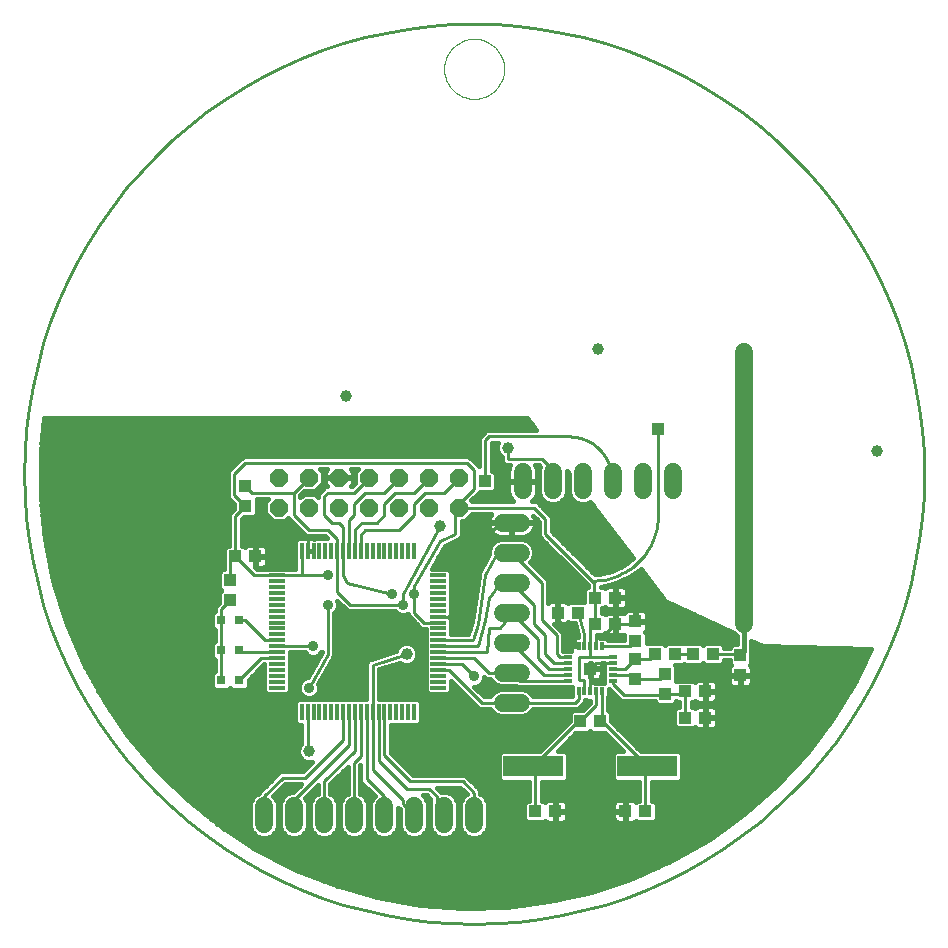
<source format=gtl>
G75*
G70*
%OFA0B0*%
%FSLAX24Y24*%
%IPPOS*%
%LPD*%
%AMOC8*
5,1,8,0,0,1.08239X$1,22.5*
%
%ADD10C,0.0100*%
%ADD11C,0.0000*%
%ADD12R,0.0433X0.0394*%
%ADD13R,0.0394X0.0433*%
%ADD14R,0.2000X0.0700*%
%ADD15R,0.0394X0.0394*%
%ADD16R,0.0118X0.0256*%
%ADD17R,0.0256X0.0118*%
%ADD18C,0.0600*%
%ADD19R,0.0118X0.0531*%
%ADD20R,0.0531X0.0118*%
%ADD21R,0.0315X0.0315*%
%ADD22OC8,0.0600*%
%ADD23R,0.0250X0.0500*%
%ADD24C,0.0591*%
%ADD25C,0.0160*%
%ADD26C,0.0357*%
%ADD27R,0.0396X0.0396*%
%ADD28C,0.0396*%
D10*
X008556Y004090D02*
X008556Y004715D01*
X009181Y005340D01*
X009931Y005340D01*
X011189Y006598D01*
X011189Y007528D01*
X011386Y007528D02*
X011386Y006420D01*
X009556Y004590D01*
X009556Y004090D01*
X010556Y004090D02*
X010556Y005215D01*
X011582Y006242D01*
X011582Y007528D01*
X011779Y007528D02*
X011779Y006064D01*
X011556Y005840D01*
X011556Y004090D01*
X012556Y004090D02*
X012556Y004715D01*
X011976Y005295D01*
X011976Y007528D01*
X012173Y007528D02*
X012173Y009098D01*
X013306Y009465D01*
X014368Y009526D02*
X015992Y009526D01*
X016056Y010340D01*
X016431Y010340D01*
X016806Y010840D01*
X017681Y009965D01*
X017681Y009340D01*
X018056Y008965D01*
X018683Y008965D01*
X018683Y008769D02*
X017878Y008769D01*
X016806Y009840D01*
X017556Y010465D02*
X017556Y011090D01*
X016806Y011840D01*
X016431Y011840D01*
X016056Y011340D01*
X015931Y010590D01*
X015689Y009723D01*
X014368Y009723D01*
X014368Y009920D02*
X015511Y009920D01*
X015681Y010465D01*
X015931Y012090D01*
X016306Y012840D01*
X016806Y012840D01*
X017806Y011840D01*
X017806Y010590D01*
X018306Y010090D01*
X018306Y009465D01*
X018412Y009359D01*
X018683Y009359D01*
X018683Y009162D02*
X018234Y009162D01*
X017931Y009465D01*
X017931Y010090D01*
X017556Y010465D01*
X018346Y010840D02*
X018431Y010506D01*
X018431Y010340D01*
X018681Y010090D01*
X019037Y009734D01*
X019037Y009713D01*
X019234Y009713D02*
X019234Y010122D01*
X019015Y010840D01*
X019431Y010300D02*
X019596Y010465D01*
X019596Y011340D01*
X019556Y011381D01*
X019556Y011840D01*
X019493Y011903D01*
X017931Y013465D01*
X017931Y013965D01*
X017556Y014340D01*
X015056Y014340D01*
X015056Y014465D01*
X015556Y014965D01*
X015556Y015590D01*
X015306Y015840D01*
X007931Y015840D01*
X007556Y015465D01*
X007556Y014756D01*
X007931Y014381D01*
X007596Y014046D01*
X007596Y012715D01*
X008226Y012085D01*
X008994Y012085D01*
X009811Y012085D01*
X009811Y012902D01*
X010008Y012902D02*
X010008Y013340D01*
X010056Y013340D01*
X010056Y013590D02*
X009556Y014090D01*
X009556Y014840D01*
X008140Y014840D01*
X007931Y015050D01*
X008306Y013465D02*
X008306Y012756D01*
X008265Y012715D01*
X009431Y012715D01*
X009431Y012340D01*
X009811Y012085D02*
X010681Y012085D01*
X011181Y012090D02*
X011306Y011840D01*
X012806Y011465D01*
X013181Y011465D02*
X013181Y011090D01*
X011431Y011090D01*
X010992Y011529D01*
X010992Y012902D01*
X010992Y013279D01*
X010681Y013590D01*
X010056Y013590D01*
X010008Y012902D02*
X010204Y012902D01*
X011189Y012902D02*
X011189Y012348D01*
X011181Y012090D01*
X011189Y012902D02*
X011189Y013708D01*
X011056Y013840D01*
X010806Y013840D01*
X010556Y014090D01*
X010556Y014715D01*
X010681Y014840D01*
X011556Y014840D01*
X012056Y015340D01*
X011931Y014840D02*
X012556Y014840D01*
X013056Y015340D01*
X012931Y014840D02*
X013556Y014840D01*
X014056Y015340D01*
X013931Y014840D02*
X014556Y014840D01*
X015056Y015340D01*
X000556Y015465D02*
X000574Y016201D01*
X000628Y016935D01*
X000718Y017666D01*
X000844Y018391D01*
X001006Y019110D01*
X001202Y019819D01*
X001433Y020518D01*
X001698Y021205D01*
X001996Y021878D01*
X002327Y022536D01*
X002690Y023177D01*
X003084Y023799D01*
X003508Y024400D01*
X003961Y024981D01*
X004442Y025538D01*
X004949Y026072D01*
X005483Y026579D01*
X006040Y027060D01*
X006621Y027513D01*
X007222Y027937D01*
X007844Y028331D01*
X008485Y028694D01*
X009143Y029025D01*
X009816Y029323D01*
X010503Y029588D01*
X011202Y029819D01*
X011911Y030015D01*
X012630Y030177D01*
X013355Y030303D01*
X014086Y030393D01*
X014820Y030447D01*
X015556Y030465D01*
X016292Y030447D01*
X017026Y030393D01*
X017757Y030303D01*
X018482Y030177D01*
X019201Y030015D01*
X019910Y029819D01*
X020609Y029588D01*
X021296Y029323D01*
X021969Y029025D01*
X022627Y028694D01*
X023268Y028331D01*
X023890Y027937D01*
X024491Y027513D01*
X025072Y027060D01*
X025629Y026579D01*
X026163Y026072D01*
X026670Y025538D01*
X027151Y024981D01*
X027604Y024400D01*
X028028Y023799D01*
X028422Y023177D01*
X028785Y022536D01*
X029116Y021878D01*
X029414Y021205D01*
X029679Y020518D01*
X029910Y019819D01*
X030106Y019110D01*
X030268Y018391D01*
X030394Y017666D01*
X030484Y016935D01*
X030538Y016201D01*
X030556Y015465D01*
X030538Y014729D01*
X030484Y013995D01*
X030394Y013264D01*
X030268Y012539D01*
X030106Y011820D01*
X029910Y011111D01*
X029679Y010412D01*
X029414Y009725D01*
X029116Y009052D01*
X028785Y008394D01*
X028422Y007753D01*
X028028Y007131D01*
X027604Y006530D01*
X027151Y005949D01*
X026670Y005392D01*
X026163Y004858D01*
X025629Y004351D01*
X025072Y003870D01*
X024491Y003417D01*
X023890Y002993D01*
X023268Y002599D01*
X022627Y002236D01*
X021969Y001905D01*
X021296Y001607D01*
X020609Y001342D01*
X019910Y001111D01*
X019201Y000915D01*
X018482Y000753D01*
X017757Y000627D01*
X017026Y000537D01*
X016292Y000483D01*
X015556Y000465D01*
X014820Y000483D01*
X014086Y000537D01*
X013355Y000627D01*
X012630Y000753D01*
X011911Y000915D01*
X011202Y001111D01*
X010503Y001342D01*
X009816Y001607D01*
X009143Y001905D01*
X008485Y002236D01*
X007844Y002599D01*
X007222Y002993D01*
X006621Y003417D01*
X006040Y003870D01*
X005483Y004351D01*
X004949Y004858D01*
X004442Y005392D01*
X003961Y005949D01*
X003508Y006530D01*
X003084Y007131D01*
X002690Y007753D01*
X002327Y008394D01*
X001996Y009052D01*
X001698Y009725D01*
X001433Y010412D01*
X001202Y011111D01*
X001006Y011820D01*
X000844Y012539D01*
X000718Y013264D01*
X000628Y013995D01*
X000574Y014729D01*
X000556Y015465D01*
X007136Y010960D02*
X007136Y010590D01*
X007136Y009590D01*
X007136Y008590D01*
X007726Y008590D02*
X008465Y009330D01*
X008994Y009330D01*
X008994Y009526D02*
X007790Y009526D01*
X007726Y009590D01*
X008601Y009920D02*
X007931Y010590D01*
X007726Y010590D01*
X007136Y010960D02*
X007431Y011256D01*
X007431Y011925D02*
X007431Y012550D01*
X007596Y012715D01*
X009556Y014840D02*
X010056Y015340D01*
X011556Y014465D02*
X011556Y014090D01*
X011386Y013920D01*
X011386Y012902D01*
X011582Y012902D02*
X011582Y013617D01*
X011806Y013840D01*
X012306Y013840D01*
X012556Y014090D01*
X012556Y014465D01*
X012931Y014840D01*
X013556Y014465D02*
X013931Y014840D01*
X013556Y014465D02*
X013556Y014090D01*
X013056Y013590D01*
X011931Y013590D01*
X011779Y013439D01*
X011779Y012902D01*
X011556Y014465D02*
X011931Y014840D01*
X014431Y013715D02*
X013181Y011465D01*
X013556Y011465D02*
X013556Y010840D01*
X013886Y010511D01*
X014368Y010511D01*
X014368Y010708D02*
X014923Y010708D01*
X014931Y010715D01*
X014931Y012340D01*
X016431Y013840D01*
X016806Y013840D01*
X015931Y015215D02*
X015931Y016590D01*
X016056Y016715D01*
X018681Y016715D01*
X017806Y015965D02*
X016681Y015965D01*
X016681Y016340D01*
X017806Y015965D02*
X018181Y015590D01*
X018181Y015215D01*
X018681Y016715D02*
X018757Y016713D01*
X018833Y016707D01*
X018908Y016698D01*
X018983Y016684D01*
X019057Y016667D01*
X019130Y016646D01*
X019202Y016622D01*
X019273Y016593D01*
X019342Y016562D01*
X019409Y016527D01*
X019474Y016488D01*
X019538Y016446D01*
X019599Y016401D01*
X019658Y016353D01*
X019714Y016302D01*
X019768Y016248D01*
X019819Y016192D01*
X019867Y016133D01*
X019912Y016072D01*
X019954Y016008D01*
X019993Y015943D01*
X020028Y015876D01*
X020059Y015807D01*
X020088Y015736D01*
X020112Y015664D01*
X020133Y015591D01*
X020150Y015517D01*
X020164Y015442D01*
X020173Y015367D01*
X020179Y015291D01*
X020181Y015215D01*
X021680Y014090D02*
X021678Y013986D01*
X021670Y013882D01*
X021658Y013779D01*
X021640Y013676D01*
X021618Y013574D01*
X021591Y013474D01*
X021560Y013375D01*
X021523Y013277D01*
X021482Y013181D01*
X021437Y013088D01*
X021387Y012997D01*
X021333Y012908D01*
X021274Y012821D01*
X021212Y012738D01*
X021146Y012658D01*
X021076Y012581D01*
X021002Y012507D01*
X020925Y012437D01*
X020845Y012371D01*
X020762Y012309D01*
X020675Y012250D01*
X020587Y012196D01*
X020495Y012146D01*
X020402Y012101D01*
X020306Y012060D01*
X020208Y012023D01*
X020109Y011992D01*
X020009Y011965D01*
X019907Y011943D01*
X019804Y011925D01*
X019701Y011913D01*
X019597Y011905D01*
X019493Y011903D01*
X020265Y011340D02*
X020265Y010465D01*
X020846Y010465D01*
X020931Y010550D01*
X020931Y009881D02*
X020763Y009713D01*
X019824Y009713D01*
X019628Y009713D02*
X019628Y010037D01*
X019681Y010090D01*
X019890Y010090D01*
X020265Y010465D01*
X019431Y010300D02*
X019431Y009713D01*
X019431Y009359D01*
X020179Y009359D01*
X020179Y009162D02*
X019628Y009162D01*
X019431Y008965D01*
X019431Y008217D01*
X019628Y008217D02*
X019628Y007747D01*
X019096Y007215D01*
X019031Y007215D01*
X017531Y005715D01*
X017596Y005650D01*
X017596Y004215D01*
X015556Y004090D02*
X015556Y004840D01*
X015181Y005215D01*
X013431Y005215D01*
X012567Y006080D01*
X012567Y007528D01*
X012370Y007528D02*
X012370Y005901D01*
X013306Y004965D01*
X014056Y004965D01*
X014306Y004715D01*
X014306Y004340D01*
X014556Y004090D01*
X013556Y004090D02*
X013181Y004465D01*
X013181Y004590D01*
X012173Y005598D01*
X012173Y007528D01*
X010056Y008340D02*
X010681Y009465D01*
X010681Y011090D01*
X010173Y009723D02*
X008994Y009723D01*
X008994Y009920D02*
X008601Y009920D01*
X010173Y009723D02*
X010181Y009715D01*
X010008Y007528D02*
X010008Y006215D01*
X010056Y006215D01*
X014368Y008936D02*
X014710Y008936D01*
X015806Y007840D01*
X016806Y007840D01*
X018931Y007840D01*
X019037Y007947D01*
X019037Y008217D01*
X019234Y008217D02*
X019234Y008590D01*
X019056Y008590D01*
X019056Y009359D01*
X019431Y009359D01*
X020179Y008965D02*
X020596Y008965D01*
X020931Y009300D01*
X021431Y009300D01*
X021596Y009465D01*
X022265Y009465D02*
X022846Y009465D01*
X023515Y009465D02*
X024015Y009465D01*
X024431Y009425D01*
X023265Y008215D02*
X023265Y007340D01*
X022596Y007340D02*
X022596Y008215D01*
X022511Y008131D01*
X021931Y008131D01*
X021890Y008090D01*
X020556Y008090D01*
X020179Y008467D01*
X020179Y008572D01*
X020179Y008769D02*
X020793Y008769D01*
X020931Y008631D01*
X021761Y008631D01*
X021931Y008800D01*
X019824Y008217D02*
X019824Y007274D01*
X019824Y007222D01*
X021331Y005715D01*
X021265Y005650D01*
X021265Y004215D01*
X019765Y007215D02*
X019824Y007274D01*
X018683Y008572D02*
X017074Y008572D01*
X016806Y008840D01*
X016056Y008840D01*
X015567Y009330D01*
X014368Y009330D01*
X014368Y009133D02*
X015138Y009133D01*
X015556Y008715D01*
X013556Y011465D02*
X013556Y011715D01*
X014431Y013215D01*
X014931Y013465D01*
X014931Y014215D01*
X015056Y014340D01*
X021681Y014090D02*
X021681Y016965D01*
D11*
X014556Y028965D02*
X014558Y029028D01*
X014564Y029090D01*
X014574Y029152D01*
X014587Y029214D01*
X014605Y029274D01*
X014626Y029333D01*
X014651Y029391D01*
X014680Y029447D01*
X014712Y029501D01*
X014747Y029553D01*
X014785Y029602D01*
X014827Y029650D01*
X014871Y029694D01*
X014919Y029736D01*
X014968Y029774D01*
X015020Y029809D01*
X015074Y029841D01*
X015130Y029870D01*
X015188Y029895D01*
X015247Y029916D01*
X015307Y029934D01*
X015369Y029947D01*
X015431Y029957D01*
X015493Y029963D01*
X015556Y029965D01*
X015619Y029963D01*
X015681Y029957D01*
X015743Y029947D01*
X015805Y029934D01*
X015865Y029916D01*
X015924Y029895D01*
X015982Y029870D01*
X016038Y029841D01*
X016092Y029809D01*
X016144Y029774D01*
X016193Y029736D01*
X016241Y029694D01*
X016285Y029650D01*
X016327Y029602D01*
X016365Y029553D01*
X016400Y029501D01*
X016432Y029447D01*
X016461Y029391D01*
X016486Y029333D01*
X016507Y029274D01*
X016525Y029214D01*
X016538Y029152D01*
X016548Y029090D01*
X016554Y029028D01*
X016556Y028965D01*
X016554Y028902D01*
X016548Y028840D01*
X016538Y028778D01*
X016525Y028716D01*
X016507Y028656D01*
X016486Y028597D01*
X016461Y028539D01*
X016432Y028483D01*
X016400Y028429D01*
X016365Y028377D01*
X016327Y028328D01*
X016285Y028280D01*
X016241Y028236D01*
X016193Y028194D01*
X016144Y028156D01*
X016092Y028121D01*
X016038Y028089D01*
X015982Y028060D01*
X015924Y028035D01*
X015865Y028014D01*
X015805Y027996D01*
X015743Y027983D01*
X015681Y027973D01*
X015619Y027967D01*
X015556Y027965D01*
X015493Y027967D01*
X015431Y027973D01*
X015369Y027983D01*
X015307Y027996D01*
X015247Y028014D01*
X015188Y028035D01*
X015130Y028060D01*
X015074Y028089D01*
X015020Y028121D01*
X014968Y028156D01*
X014919Y028194D01*
X014871Y028236D01*
X014827Y028280D01*
X014785Y028328D01*
X014747Y028377D01*
X014712Y028429D01*
X014680Y028483D01*
X014651Y028539D01*
X014626Y028597D01*
X014605Y028656D01*
X014587Y028716D01*
X014574Y028778D01*
X014564Y028840D01*
X014558Y028902D01*
X014556Y028965D01*
D12*
X007931Y015050D03*
X007931Y014381D03*
X008265Y012715D03*
X007596Y012715D03*
X007431Y011925D03*
X007431Y011256D03*
X017596Y004215D03*
X018265Y004215D03*
X020596Y004215D03*
X021265Y004215D03*
X022596Y007340D03*
X023265Y007340D03*
X023265Y008215D03*
X022596Y008215D03*
X022846Y009465D03*
X022265Y009465D03*
X021596Y009465D03*
X020931Y009881D03*
X020931Y010550D03*
X020265Y010465D03*
X019596Y010465D03*
X019015Y010840D03*
X018346Y010840D03*
X019596Y011340D03*
X020265Y011340D03*
X023515Y009465D03*
D13*
X024431Y009425D03*
X024431Y008756D03*
X021931Y008800D03*
X021931Y008131D03*
X020931Y008631D03*
X020931Y009300D03*
X019765Y007215D03*
X019096Y007215D03*
D14*
X017531Y005715D03*
X021331Y005715D03*
D15*
X019431Y008965D03*
D16*
X019431Y009713D03*
X019628Y009713D03*
X019824Y009713D03*
X019234Y009713D03*
X019037Y009713D03*
X019037Y008217D03*
X019234Y008217D03*
X019431Y008217D03*
X019628Y008217D03*
X019824Y008217D03*
D17*
X020179Y008572D03*
X020179Y008769D03*
X020179Y008965D03*
X020179Y009162D03*
X020179Y009359D03*
X018683Y009359D03*
X018683Y009162D03*
X018683Y008965D03*
X018683Y008769D03*
X018683Y008572D03*
D18*
X017106Y008840D02*
X016506Y008840D01*
X016506Y007840D02*
X017106Y007840D01*
X017106Y009840D02*
X016506Y009840D01*
X016506Y010840D02*
X017106Y010840D01*
X017106Y011840D02*
X016506Y011840D01*
X016506Y012840D02*
X017106Y012840D01*
X017106Y013840D02*
X016506Y013840D01*
X017181Y014915D02*
X017181Y015515D01*
X018181Y015515D02*
X018181Y014915D01*
X019181Y014915D02*
X019181Y015515D01*
X020181Y015515D02*
X020181Y014915D01*
X021181Y014915D02*
X021181Y015515D01*
X022181Y015515D02*
X022181Y014915D01*
X015556Y004390D02*
X015556Y003790D01*
X014556Y003790D02*
X014556Y004390D01*
X013556Y004390D02*
X013556Y003790D01*
X012556Y003790D02*
X012556Y004390D01*
X011556Y004390D02*
X011556Y003790D01*
X010556Y003790D02*
X010556Y004390D01*
X009556Y004390D02*
X009556Y003790D01*
X008556Y003790D02*
X008556Y004390D01*
D19*
X009811Y007528D03*
X010008Y007528D03*
X010204Y007528D03*
X010401Y007528D03*
X010598Y007528D03*
X010795Y007528D03*
X010992Y007528D03*
X011189Y007528D03*
X011386Y007528D03*
X011582Y007528D03*
X011779Y007528D03*
X011976Y007528D03*
X012173Y007528D03*
X012370Y007528D03*
X012567Y007528D03*
X012763Y007528D03*
X012960Y007528D03*
X013157Y007528D03*
X013354Y007528D03*
X013551Y007528D03*
X013551Y012902D03*
X013354Y012902D03*
X013157Y012902D03*
X012960Y012902D03*
X012763Y012902D03*
X012567Y012902D03*
X012370Y012902D03*
X012173Y012902D03*
X011976Y012902D03*
X011779Y012902D03*
X011582Y012902D03*
X011386Y012902D03*
X011189Y012902D03*
X010992Y012902D03*
X010795Y012902D03*
X010598Y012902D03*
X010401Y012902D03*
X010204Y012902D03*
X010008Y012902D03*
X009811Y012902D03*
D20*
X008994Y012085D03*
X008994Y011889D03*
X008994Y011692D03*
X008994Y011495D03*
X008994Y011298D03*
X008994Y011101D03*
X008994Y010904D03*
X008994Y010708D03*
X008994Y010511D03*
X008994Y010314D03*
X008994Y010117D03*
X008994Y009920D03*
X008994Y009723D03*
X008994Y009526D03*
X008994Y009330D03*
X008994Y009133D03*
X008994Y008936D03*
X008994Y008739D03*
X008994Y008542D03*
X008994Y008345D03*
X014368Y008345D03*
X014368Y008542D03*
X014368Y008739D03*
X014368Y008936D03*
X014368Y009133D03*
X014368Y009330D03*
X014368Y009526D03*
X014368Y009723D03*
X014368Y009920D03*
X014368Y010117D03*
X014368Y010314D03*
X014368Y010511D03*
X014368Y010708D03*
X014368Y010904D03*
X014368Y011101D03*
X014368Y011298D03*
X014368Y011495D03*
X014368Y011692D03*
X014368Y011889D03*
X014368Y012085D03*
D21*
X007726Y010590D03*
X007136Y010590D03*
X007136Y009590D03*
X007726Y009590D03*
X007726Y008590D03*
X007136Y008590D03*
D22*
X009056Y014340D03*
X010056Y014340D03*
X011056Y014340D03*
X012056Y014340D03*
X013056Y014340D03*
X014056Y014340D03*
X015056Y014340D03*
X015056Y015340D03*
X014056Y015340D03*
X013056Y015340D03*
X012056Y015340D03*
X011056Y015340D03*
X010056Y015340D03*
X009056Y015340D03*
D23*
X024556Y010465D03*
D24*
X024556Y019521D01*
D25*
X008932Y005389D02*
X005189Y005389D01*
X005027Y005547D02*
X009091Y005547D01*
X009094Y005550D02*
X008469Y004925D01*
X008346Y004802D01*
X008346Y004801D01*
X008295Y004780D01*
X008166Y004651D01*
X008096Y004482D01*
X008096Y003699D01*
X008166Y003530D01*
X008295Y003400D01*
X008464Y003330D01*
X008647Y003330D01*
X008816Y003400D01*
X008946Y003530D01*
X009016Y003699D01*
X009016Y004482D01*
X008946Y004651D01*
X008867Y004730D01*
X009268Y005130D01*
X009799Y005130D01*
X009519Y004850D01*
X009464Y004850D01*
X009295Y004780D01*
X009166Y004651D01*
X009096Y004482D01*
X009096Y003699D01*
X009166Y003530D01*
X009295Y003400D01*
X009464Y003330D01*
X009647Y003330D01*
X009816Y003400D01*
X009946Y003530D01*
X010016Y003699D01*
X010016Y004482D01*
X009946Y004651D01*
X009929Y004667D01*
X010346Y005083D01*
X010346Y004801D01*
X010295Y004780D01*
X010166Y004651D01*
X010096Y004482D01*
X010096Y003699D01*
X010166Y003530D01*
X010295Y003400D01*
X010464Y003330D01*
X010647Y003330D01*
X010816Y003400D01*
X010946Y003530D01*
X011016Y003699D01*
X011016Y004482D01*
X010946Y004651D01*
X010816Y004780D01*
X010766Y004801D01*
X010766Y005128D01*
X011346Y005708D01*
X011346Y004801D01*
X011295Y004780D01*
X011166Y004651D01*
X011096Y004482D01*
X011096Y003699D01*
X011166Y003530D01*
X011295Y003400D01*
X011464Y003330D01*
X011647Y003330D01*
X011816Y003400D01*
X011946Y003530D01*
X012016Y003699D01*
X012016Y004482D01*
X011946Y004651D01*
X011816Y004780D01*
X011766Y004801D01*
X011766Y005753D01*
X011766Y005754D01*
X011766Y005382D01*
X011766Y005208D01*
X012245Y004730D01*
X012166Y004651D01*
X012096Y004482D01*
X012096Y003699D01*
X012166Y003530D01*
X012295Y003400D01*
X012464Y003330D01*
X012647Y003330D01*
X012816Y003400D01*
X012946Y003530D01*
X013016Y003699D01*
X013016Y004333D01*
X013096Y004253D01*
X013096Y003699D01*
X013166Y003530D01*
X013295Y003400D01*
X013464Y003330D01*
X013647Y003330D01*
X013816Y003400D01*
X013946Y003530D01*
X014016Y003699D01*
X014016Y004482D01*
X013946Y004651D01*
X013841Y004755D01*
X013969Y004755D01*
X014096Y004628D01*
X014096Y004482D01*
X014096Y003699D01*
X014166Y003530D01*
X014295Y003400D01*
X014464Y003330D01*
X014647Y003330D01*
X014816Y003400D01*
X014946Y003530D01*
X015016Y003699D01*
X015016Y004482D01*
X014946Y004651D01*
X014816Y004780D01*
X014647Y004850D01*
X014468Y004850D01*
X014393Y004925D01*
X014313Y005005D01*
X015094Y005005D01*
X015312Y004787D01*
X015295Y004780D01*
X015166Y004651D01*
X015096Y004482D01*
X015096Y003699D01*
X015166Y003530D01*
X015295Y003400D01*
X015464Y003330D01*
X015647Y003330D01*
X015816Y003400D01*
X015946Y003530D01*
X016016Y003699D01*
X016016Y004482D01*
X015946Y004651D01*
X015816Y004780D01*
X015766Y004801D01*
X015766Y004927D01*
X015643Y005050D01*
X015268Y005425D01*
X015094Y005425D01*
X013518Y005425D01*
X012777Y006167D01*
X012777Y007103D01*
X012835Y007103D01*
X013032Y007103D01*
X013229Y007103D01*
X013426Y007103D01*
X013676Y007103D01*
X013770Y007196D01*
X013770Y007860D01*
X013676Y007954D01*
X013426Y007954D01*
X013229Y007954D01*
X013032Y007954D01*
X012835Y007954D01*
X012638Y007954D01*
X012441Y007954D01*
X012383Y007954D01*
X012383Y008946D01*
X013090Y009175D01*
X013103Y009162D01*
X013235Y009107D01*
X013377Y009107D01*
X013509Y009162D01*
X013609Y009263D01*
X013664Y009394D01*
X013664Y009537D01*
X013609Y009668D01*
X013509Y009769D01*
X013377Y009823D01*
X013235Y009823D01*
X013103Y009769D01*
X013002Y009668D01*
X012964Y009575D01*
X012140Y009308D01*
X012086Y009308D01*
X012060Y009282D01*
X012025Y009271D01*
X012001Y009223D01*
X011963Y009185D01*
X011963Y009149D01*
X011946Y009116D01*
X011963Y009065D01*
X011963Y007954D01*
X011851Y007954D01*
X011654Y007954D01*
X011457Y007954D01*
X011260Y007954D01*
X011117Y007954D01*
X010866Y007954D01*
X010670Y007954D01*
X010473Y007954D01*
X010276Y007954D01*
X010079Y007954D01*
X009882Y007954D01*
X009685Y007954D01*
X009592Y007860D01*
X009592Y007196D01*
X009685Y007103D01*
X009798Y007103D01*
X009798Y006464D01*
X009752Y006418D01*
X009698Y006287D01*
X009698Y006144D01*
X009752Y006013D01*
X009853Y005912D01*
X009985Y005857D01*
X010127Y005857D01*
X010168Y005874D01*
X009844Y005550D01*
X009268Y005550D01*
X009094Y005550D01*
X008773Y005230D02*
X005352Y005230D01*
X005514Y005071D02*
X008615Y005071D01*
X008456Y004913D02*
X005677Y004913D01*
X005839Y004754D02*
X008269Y004754D01*
X008143Y004596D02*
X006007Y004596D01*
X005981Y004616D02*
X004949Y005623D01*
X004021Y006728D01*
X003209Y007920D01*
X002519Y009187D01*
X001958Y010516D01*
X001533Y011895D01*
X001247Y013309D01*
X001104Y014744D01*
X001104Y016187D01*
X001219Y017340D01*
X017306Y017340D01*
X017619Y016925D01*
X015969Y016925D01*
X015846Y016802D01*
X015721Y016677D01*
X015721Y016503D01*
X015721Y015722D01*
X015516Y015927D01*
X015393Y016050D01*
X008018Y016050D01*
X007844Y016050D01*
X007469Y015675D01*
X007346Y015552D01*
X007346Y014843D01*
X007346Y014669D01*
X007554Y014460D01*
X007554Y014301D01*
X007386Y014133D01*
X007386Y013959D01*
X007386Y013072D01*
X007313Y013072D01*
X007220Y012979D01*
X007220Y012452D01*
X007221Y012451D01*
X007221Y012282D01*
X007148Y012282D01*
X007054Y012188D01*
X007054Y011662D01*
X007126Y011590D01*
X007054Y011519D01*
X007054Y011176D01*
X006926Y011047D01*
X006926Y010908D01*
X006912Y010908D01*
X006818Y010814D01*
X006818Y010367D01*
X006912Y010273D01*
X006926Y010273D01*
X006926Y009908D01*
X006912Y009908D01*
X006818Y009814D01*
X006818Y009367D01*
X006912Y009273D01*
X006926Y009273D01*
X006926Y008908D01*
X006912Y008908D01*
X006818Y008814D01*
X006818Y008367D01*
X006912Y008273D01*
X007359Y008273D01*
X007431Y008344D01*
X007502Y008273D01*
X007950Y008273D01*
X008044Y008367D01*
X008044Y008611D01*
X008552Y009120D01*
X008568Y009120D01*
X008568Y009061D01*
X008568Y008864D01*
X008568Y008667D01*
X008568Y008471D01*
X008568Y008220D01*
X008662Y008126D01*
X009326Y008126D01*
X009419Y008220D01*
X009419Y008471D01*
X009419Y008667D01*
X009419Y008864D01*
X009419Y009061D01*
X009419Y009258D01*
X009419Y009455D01*
X009419Y009513D01*
X009904Y009513D01*
X009989Y009429D01*
X010113Y009377D01*
X010248Y009377D01*
X010372Y009429D01*
X010468Y009524D01*
X010471Y009531D01*
X010471Y009520D01*
X010004Y008679D01*
X009988Y008679D01*
X009864Y008627D01*
X009769Y008532D01*
X009717Y008408D01*
X009717Y008273D01*
X009769Y008149D01*
X009864Y008054D01*
X009988Y008002D01*
X010123Y008002D01*
X010247Y008054D01*
X010343Y008149D01*
X010394Y008273D01*
X010394Y008408D01*
X010368Y008470D01*
X010850Y009338D01*
X010891Y009378D01*
X010891Y009411D01*
X010907Y009439D01*
X010891Y009495D01*
X010891Y010822D01*
X010968Y010899D01*
X011019Y011023D01*
X011019Y011158D01*
X010986Y011239D01*
X011344Y010880D01*
X011518Y010880D01*
X012912Y010880D01*
X012989Y010804D01*
X013113Y010752D01*
X013248Y010752D01*
X013346Y010792D01*
X013346Y010753D01*
X013799Y010301D01*
X013942Y010301D01*
X013942Y010242D01*
X013942Y010045D01*
X013942Y009849D01*
X013942Y009652D01*
X013942Y009455D01*
X013942Y009258D01*
X013942Y009061D01*
X013942Y008864D01*
X013942Y008667D01*
X013942Y008471D01*
X013942Y008220D01*
X014036Y008126D01*
X014700Y008126D01*
X014794Y008220D01*
X014794Y008471D01*
X014794Y008556D01*
X015596Y007753D01*
X015719Y007630D01*
X016095Y007630D01*
X016116Y007580D01*
X016245Y007450D01*
X016414Y007380D01*
X017197Y007380D01*
X017366Y007450D01*
X017496Y007580D01*
X017517Y007630D01*
X019018Y007630D01*
X019141Y007753D01*
X019247Y007860D01*
X019247Y007929D01*
X019289Y007929D01*
X019302Y007922D01*
X019348Y007909D01*
X019418Y007909D01*
X019418Y007834D01*
X019176Y007592D01*
X018833Y007592D01*
X018739Y007498D01*
X018739Y007221D01*
X017744Y006225D01*
X016464Y006225D01*
X016371Y006132D01*
X016371Y005299D01*
X016464Y005205D01*
X017386Y005205D01*
X017386Y004572D01*
X017313Y004572D01*
X017220Y004479D01*
X017220Y003952D01*
X017313Y003859D01*
X017879Y003859D01*
X017917Y003896D01*
X017938Y003874D01*
X017979Y003851D01*
X018025Y003839D01*
X018247Y003839D01*
X018247Y004197D01*
X018284Y004197D01*
X018284Y004234D01*
X018247Y004234D01*
X018247Y004592D01*
X018025Y004592D01*
X017979Y004580D01*
X017938Y004556D01*
X017917Y004534D01*
X017879Y004572D01*
X017806Y004572D01*
X017806Y005205D01*
X018597Y005205D01*
X018691Y005299D01*
X018691Y006132D01*
X018597Y006225D01*
X018338Y006225D01*
X018951Y006839D01*
X019359Y006839D01*
X019431Y006910D01*
X019502Y006839D01*
X019910Y006839D01*
X020524Y006225D01*
X020264Y006225D01*
X020171Y006132D01*
X020171Y005299D01*
X020264Y005205D01*
X021055Y005205D01*
X021055Y004572D01*
X020983Y004572D01*
X020945Y004535D01*
X020923Y004556D01*
X020882Y004580D01*
X020836Y004592D01*
X020615Y004592D01*
X020615Y004234D01*
X020578Y004234D01*
X020578Y004592D01*
X020356Y004592D01*
X020310Y004580D01*
X020269Y004556D01*
X020236Y004523D01*
X020212Y004482D01*
X020200Y004436D01*
X020200Y004234D01*
X020577Y004234D01*
X020577Y004197D01*
X020200Y004197D01*
X020200Y003995D01*
X020212Y003949D01*
X020236Y003908D01*
X020269Y003874D01*
X020310Y003851D01*
X020356Y003839D01*
X020578Y003839D01*
X020578Y004197D01*
X020615Y004197D01*
X020615Y003839D01*
X020836Y003839D01*
X020882Y003851D01*
X020923Y003874D01*
X020945Y003896D01*
X020983Y003859D01*
X021548Y003859D01*
X021642Y003952D01*
X021642Y004479D01*
X021548Y004572D01*
X021475Y004572D01*
X021475Y005205D01*
X022397Y005205D01*
X022491Y005299D01*
X022491Y006132D01*
X022397Y006225D01*
X021118Y006225D01*
X020122Y007221D01*
X020122Y007498D01*
X020034Y007586D01*
X020034Y008014D01*
X020044Y008023D01*
X020044Y008306D01*
X020346Y008003D01*
X020469Y007880D01*
X021574Y007880D01*
X021574Y007848D01*
X021668Y007754D01*
X022194Y007754D01*
X022288Y007848D01*
X022288Y007884D01*
X022313Y007859D01*
X022386Y007859D01*
X022386Y007697D01*
X022313Y007697D01*
X022220Y007604D01*
X022220Y007077D01*
X022313Y006984D01*
X022879Y006984D01*
X022917Y007021D01*
X022938Y006999D01*
X022979Y006976D01*
X023025Y006964D01*
X023247Y006964D01*
X023247Y007322D01*
X023284Y007322D01*
X023284Y007359D01*
X023247Y007359D01*
X023247Y007717D01*
X023025Y007717D01*
X022979Y007705D01*
X022938Y007681D01*
X022917Y007659D01*
X022879Y007697D01*
X022806Y007697D01*
X022806Y007859D01*
X022879Y007859D01*
X022917Y007896D01*
X022938Y007874D01*
X022979Y007851D01*
X023025Y007839D01*
X023247Y007839D01*
X023247Y008197D01*
X023284Y008197D01*
X023284Y008234D01*
X023247Y008234D01*
X023247Y008592D01*
X023025Y008592D01*
X022979Y008580D01*
X022938Y008556D01*
X022917Y008534D01*
X022879Y008572D01*
X022313Y008572D01*
X022288Y008546D01*
X022288Y009083D01*
X022262Y009109D01*
X022548Y009109D01*
X022556Y009116D01*
X022563Y009109D01*
X023129Y009109D01*
X023181Y009160D01*
X023233Y009109D01*
X023798Y009109D01*
X023892Y009202D01*
X023892Y009255D01*
X024005Y009255D01*
X024074Y009249D01*
X024074Y009142D01*
X024112Y009105D01*
X024090Y009083D01*
X024066Y009042D01*
X024054Y008996D01*
X024054Y008774D01*
X024412Y008774D01*
X024412Y008737D01*
X024054Y008737D01*
X024054Y008515D01*
X024066Y008470D01*
X024090Y008429D01*
X024123Y008395D01*
X024164Y008371D01*
X024210Y008359D01*
X024412Y008359D01*
X024412Y008737D01*
X024449Y008737D01*
X024449Y008359D01*
X024651Y008359D01*
X024697Y008371D01*
X024738Y008395D01*
X024772Y008429D01*
X024795Y008470D01*
X024808Y008515D01*
X024808Y008737D01*
X024449Y008737D01*
X024449Y008774D01*
X024808Y008774D01*
X024808Y008996D01*
X024795Y009042D01*
X024772Y009083D01*
X024750Y009105D01*
X024788Y009142D01*
X024788Y009483D01*
X024796Y009502D01*
X024796Y009598D01*
X024796Y009893D01*
X025181Y009715D01*
X028784Y009625D01*
X028264Y008545D01*
X027511Y007314D01*
X026640Y006164D01*
X025659Y005107D01*
X024578Y004152D01*
X023406Y003310D01*
X022157Y002589D01*
X020842Y001996D01*
X019475Y001536D01*
X018068Y001215D01*
X016637Y001036D01*
X015195Y001000D01*
X013757Y001108D01*
X012336Y001358D01*
X010947Y001749D01*
X009604Y002276D01*
X008321Y002934D01*
X007109Y003717D01*
X005981Y004616D01*
X006205Y004437D02*
X008096Y004437D01*
X008096Y004279D02*
X006404Y004279D01*
X006603Y004120D02*
X008096Y004120D01*
X008096Y003962D02*
X006802Y003962D01*
X007001Y003803D02*
X008096Y003803D01*
X008118Y003645D02*
X007221Y003645D01*
X007466Y003486D02*
X008210Y003486D01*
X007957Y003169D02*
X023162Y003169D01*
X023431Y003327D02*
X007711Y003327D01*
X008202Y003010D02*
X022887Y003010D01*
X022613Y002852D02*
X008481Y002852D01*
X008790Y002693D02*
X022338Y002693D01*
X022037Y002535D02*
X009099Y002535D01*
X009409Y002376D02*
X021686Y002376D01*
X021334Y002218D02*
X009753Y002218D01*
X010157Y002059D02*
X020983Y002059D01*
X020559Y001901D02*
X010561Y001901D01*
X010971Y001742D02*
X020088Y001742D01*
X019616Y001584D02*
X011535Y001584D01*
X012098Y001425D02*
X018988Y001425D01*
X018293Y001266D02*
X012856Y001266D01*
X013755Y001108D02*
X017212Y001108D01*
X015902Y003486D02*
X023651Y003486D01*
X023872Y003645D02*
X015993Y003645D01*
X016016Y003803D02*
X024092Y003803D01*
X024313Y003962D02*
X021642Y003962D01*
X021642Y004120D02*
X024533Y004120D01*
X024721Y004279D02*
X021642Y004279D01*
X021642Y004437D02*
X024901Y004437D01*
X025080Y004596D02*
X021475Y004596D01*
X021475Y004754D02*
X025260Y004754D01*
X025440Y004913D02*
X021475Y004913D01*
X021475Y005071D02*
X025619Y005071D01*
X025774Y005230D02*
X022422Y005230D01*
X022491Y005389D02*
X025921Y005389D01*
X026068Y005547D02*
X022491Y005547D01*
X022491Y005706D02*
X026215Y005706D01*
X026362Y005864D02*
X022491Y005864D01*
X022491Y006023D02*
X026509Y006023D01*
X026653Y006181D02*
X022441Y006181D01*
X022986Y006974D02*
X020369Y006974D01*
X020211Y007133D02*
X022220Y007133D01*
X022220Y007291D02*
X020122Y007291D01*
X020122Y007450D02*
X022220Y007450D01*
X022224Y007608D02*
X020034Y007608D01*
X020034Y007767D02*
X021655Y007767D01*
X022206Y007767D02*
X022386Y007767D01*
X022806Y007767D02*
X027788Y007767D01*
X027885Y007925D02*
X023636Y007925D01*
X023626Y007908D02*
X023650Y007949D01*
X023662Y007995D01*
X023662Y008197D01*
X023284Y008197D01*
X023284Y007839D01*
X023506Y007839D01*
X023551Y007851D01*
X023592Y007874D01*
X023626Y007908D01*
X023662Y008084D02*
X027982Y008084D01*
X028079Y008242D02*
X023662Y008242D01*
X023662Y008234D02*
X023662Y008436D01*
X023650Y008482D01*
X023626Y008523D01*
X023592Y008556D01*
X023551Y008580D01*
X023506Y008592D01*
X023284Y008592D01*
X023284Y008234D01*
X023662Y008234D01*
X023662Y008401D02*
X024118Y008401D01*
X024054Y008559D02*
X023587Y008559D01*
X023284Y008559D02*
X023247Y008559D01*
X023247Y008401D02*
X023284Y008401D01*
X023284Y008242D02*
X023247Y008242D01*
X023247Y008084D02*
X023284Y008084D01*
X023284Y007925D02*
X023247Y007925D01*
X023284Y007717D02*
X023284Y007359D01*
X023662Y007359D01*
X023662Y007561D01*
X023650Y007607D01*
X023626Y007648D01*
X023592Y007681D01*
X023551Y007705D01*
X023506Y007717D01*
X023284Y007717D01*
X023284Y007608D02*
X023247Y007608D01*
X023247Y007450D02*
X023284Y007450D01*
X023284Y007322D02*
X023662Y007322D01*
X023662Y007120D01*
X023650Y007074D01*
X023626Y007033D01*
X023592Y006999D01*
X023551Y006976D01*
X023506Y006964D01*
X023284Y006964D01*
X023284Y007322D01*
X023284Y007291D02*
X023247Y007291D01*
X023247Y007133D02*
X023284Y007133D01*
X023284Y006974D02*
X023247Y006974D01*
X023544Y006974D02*
X027254Y006974D01*
X027374Y007133D02*
X023662Y007133D01*
X023662Y007291D02*
X027494Y007291D01*
X027594Y007450D02*
X023662Y007450D01*
X023649Y007608D02*
X027691Y007608D01*
X027134Y006815D02*
X020528Y006815D01*
X020686Y006657D02*
X027014Y006657D01*
X026894Y006498D02*
X020845Y006498D01*
X021003Y006340D02*
X026773Y006340D01*
X028176Y008401D02*
X024744Y008401D01*
X024808Y008559D02*
X028271Y008559D01*
X028347Y008718D02*
X024808Y008718D01*
X024808Y008876D02*
X028423Y008876D01*
X028500Y009035D02*
X024797Y009035D01*
X024788Y009194D02*
X028576Y009194D01*
X028652Y009352D02*
X024788Y009352D01*
X024796Y009511D02*
X028729Y009511D01*
X027028Y009669D02*
X024796Y009669D01*
X024796Y009828D02*
X024937Y009828D01*
X024556Y009550D02*
X024431Y009425D01*
X024556Y009550D02*
X024556Y010465D01*
X024232Y010145D02*
X021306Y010145D01*
X021307Y010144D02*
X021248Y010203D01*
X021258Y010209D01*
X021291Y010243D01*
X021315Y010284D01*
X021327Y010329D01*
X021327Y010532D01*
X020949Y010532D01*
X020949Y010568D01*
X021327Y010568D01*
X021327Y010771D01*
X021315Y010816D01*
X021291Y010857D01*
X021258Y010891D01*
X021217Y010915D01*
X021171Y010927D01*
X020949Y010927D01*
X020949Y010569D01*
X020912Y010569D01*
X020912Y010927D01*
X020691Y010927D01*
X020645Y010915D01*
X020604Y010891D01*
X020570Y010857D01*
X020554Y010829D01*
X020551Y010830D01*
X020506Y010842D01*
X020284Y010842D01*
X020284Y010484D01*
X020247Y010484D01*
X020247Y010842D01*
X020025Y010842D01*
X019979Y010830D01*
X019938Y010806D01*
X019917Y010784D01*
X019879Y010822D01*
X019806Y010822D01*
X019806Y010984D01*
X019879Y010984D01*
X019917Y011021D01*
X019938Y010999D01*
X019979Y010976D01*
X020025Y010964D01*
X020247Y010964D01*
X020247Y011322D01*
X020284Y011322D01*
X020284Y011359D01*
X020247Y011359D01*
X020247Y011717D01*
X020025Y011717D01*
X019979Y011705D01*
X019938Y011681D01*
X019917Y011659D01*
X019879Y011697D01*
X019782Y011697D01*
X020290Y011813D01*
X020290Y011813D01*
X020777Y012048D01*
X021105Y012309D01*
X021931Y011215D01*
X024217Y010160D01*
X024298Y010079D01*
X024316Y010072D01*
X024316Y009802D01*
X024168Y009802D01*
X024074Y009708D01*
X024074Y009675D01*
X024026Y009675D01*
X023949Y009683D01*
X023940Y009675D01*
X023892Y009675D01*
X023892Y009729D01*
X023798Y009822D01*
X023233Y009822D01*
X023181Y009770D01*
X023129Y009822D01*
X022563Y009822D01*
X022556Y009815D01*
X022548Y009822D01*
X021983Y009822D01*
X021931Y009770D01*
X021879Y009822D01*
X021313Y009822D01*
X021307Y009816D01*
X021307Y010144D01*
X021307Y009986D02*
X024316Y009986D01*
X024316Y009828D02*
X021307Y009828D01*
X021320Y010303D02*
X023907Y010303D01*
X023563Y010462D02*
X021327Y010462D01*
X021327Y010620D02*
X023220Y010620D01*
X022876Y010779D02*
X021325Y010779D01*
X020949Y010779D02*
X020912Y010779D01*
X020912Y010620D02*
X020949Y010620D01*
X020592Y010999D02*
X020626Y011033D01*
X020650Y011074D01*
X020662Y011120D01*
X020662Y011322D01*
X020284Y011322D01*
X020284Y010964D01*
X020506Y010964D01*
X020551Y010976D01*
X020592Y010999D01*
X020656Y011096D02*
X022189Y011096D01*
X021901Y011255D02*
X020662Y011255D01*
X020662Y011359D02*
X020284Y011359D01*
X020284Y011717D01*
X020506Y011717D01*
X020551Y011705D01*
X020592Y011681D01*
X020626Y011648D01*
X020650Y011607D01*
X020662Y011561D01*
X020662Y011359D01*
X020662Y011413D02*
X021781Y011413D01*
X021662Y011572D02*
X020659Y011572D01*
X020284Y011572D02*
X020247Y011572D01*
X020247Y011413D02*
X020284Y011413D01*
X020284Y011255D02*
X020247Y011255D01*
X020247Y011096D02*
X020284Y011096D01*
X020284Y010779D02*
X020247Y010779D01*
X020247Y010620D02*
X020284Y010620D01*
X020284Y010447D02*
X020284Y010089D01*
X020506Y010089D01*
X020551Y010101D01*
X020554Y010102D01*
X020554Y009923D01*
X020028Y009923D01*
X019950Y010001D01*
X019770Y010001D01*
X019756Y010009D01*
X019710Y010021D01*
X019641Y010021D01*
X019641Y010109D01*
X019879Y010109D01*
X019917Y010146D01*
X019938Y010124D01*
X019979Y010101D01*
X020025Y010089D01*
X020247Y010089D01*
X020247Y010447D01*
X020284Y010447D01*
X020284Y010303D02*
X020247Y010303D01*
X020247Y010145D02*
X020284Y010145D01*
X020554Y009986D02*
X019965Y009986D01*
X019918Y010145D02*
X019915Y010145D01*
X019806Y010938D02*
X022533Y010938D01*
X021542Y011730D02*
X019927Y011730D01*
X019715Y012125D02*
X019576Y012117D01*
X018141Y013552D01*
X018141Y014052D01*
X018018Y014175D01*
X018018Y014175D01*
X017643Y014550D01*
X017495Y014550D01*
X017547Y014603D01*
X017591Y014664D01*
X017626Y014731D01*
X017649Y014803D01*
X017661Y014878D01*
X017661Y015195D01*
X017201Y015195D01*
X017201Y015235D01*
X017661Y015235D01*
X017661Y015553D01*
X017649Y015628D01*
X017626Y015700D01*
X017597Y015755D01*
X017719Y015755D01*
X017764Y015710D01*
X017721Y015607D01*
X017721Y014824D01*
X017791Y014655D01*
X017920Y014525D01*
X018089Y014455D01*
X018272Y014455D01*
X018441Y014525D01*
X018571Y014655D01*
X018641Y014824D01*
X018641Y015572D01*
X018721Y015466D01*
X018721Y014824D01*
X018791Y014655D01*
X018920Y014525D01*
X019089Y014455D01*
X019272Y014455D01*
X019434Y014522D01*
X020844Y012654D01*
X020545Y012416D01*
X020146Y012224D01*
X019715Y012125D01*
X019487Y012206D02*
X020068Y012206D01*
X020438Y012364D02*
X019329Y012364D01*
X019170Y012523D02*
X020680Y012523D01*
X020824Y012682D02*
X019012Y012682D01*
X018853Y012840D02*
X020704Y012840D01*
X020584Y012999D02*
X018694Y012999D01*
X018536Y013157D02*
X020464Y013157D01*
X020345Y013316D02*
X018377Y013316D01*
X018219Y013474D02*
X020225Y013474D01*
X020105Y013633D02*
X018141Y013633D01*
X018141Y013791D02*
X019986Y013791D01*
X019866Y013950D02*
X018141Y013950D01*
X018085Y014108D02*
X019746Y014108D01*
X019626Y014267D02*
X017926Y014267D01*
X017768Y014426D02*
X019507Y014426D01*
X018862Y014584D02*
X018500Y014584D01*
X018607Y014743D02*
X018754Y014743D01*
X018721Y014901D02*
X018641Y014901D01*
X018641Y015060D02*
X018721Y015060D01*
X018721Y015218D02*
X018641Y015218D01*
X018641Y015377D02*
X018721Y015377D01*
X018669Y015535D02*
X018641Y015535D01*
X017757Y015694D02*
X017627Y015694D01*
X017661Y015535D02*
X017721Y015535D01*
X017721Y015377D02*
X017661Y015377D01*
X017721Y015218D02*
X017201Y015218D01*
X017161Y015218D02*
X016289Y015218D01*
X016289Y015060D02*
X016701Y015060D01*
X016701Y015195D02*
X016701Y014878D01*
X016713Y014803D01*
X016736Y014731D01*
X016770Y014664D01*
X016815Y014603D01*
X016867Y014550D01*
X015496Y014550D01*
X015467Y014580D01*
X015643Y014755D01*
X015745Y014857D01*
X016195Y014857D01*
X016289Y014951D01*
X016289Y015480D01*
X016195Y015573D01*
X016141Y015573D01*
X016141Y016503D01*
X016143Y016505D01*
X016362Y016505D01*
X016323Y016412D01*
X016323Y016269D01*
X016377Y016138D01*
X016471Y016044D01*
X016471Y015878D01*
X016594Y015755D01*
X016764Y015755D01*
X016736Y015700D01*
X016713Y015628D01*
X016701Y015553D01*
X016701Y015235D01*
X017161Y015235D01*
X017161Y015195D01*
X016701Y015195D01*
X016701Y015377D02*
X016289Y015377D01*
X016233Y015535D02*
X016701Y015535D01*
X016734Y015694D02*
X016141Y015694D01*
X016141Y015852D02*
X016497Y015852D01*
X016471Y016011D02*
X016141Y016011D01*
X016141Y016169D02*
X016364Y016169D01*
X016323Y016328D02*
X016141Y016328D01*
X016141Y016487D02*
X016354Y016487D01*
X015847Y016804D02*
X001165Y016804D01*
X001181Y016962D02*
X017591Y016962D01*
X017472Y017121D02*
X001197Y017121D01*
X001213Y017279D02*
X017352Y017279D01*
X015721Y016645D02*
X001150Y016645D01*
X001134Y016487D02*
X015721Y016487D01*
X015721Y016328D02*
X001118Y016328D01*
X001104Y016169D02*
X015721Y016169D01*
X015721Y016011D02*
X015432Y016011D01*
X015591Y015852D02*
X015721Y015852D01*
X016239Y014901D02*
X016701Y014901D01*
X016732Y014743D02*
X015630Y014743D01*
X015471Y014584D02*
X016833Y014584D01*
X016826Y013860D02*
X017586Y013860D01*
X017586Y013878D01*
X017574Y013953D01*
X017551Y014025D01*
X017526Y014074D01*
X017721Y013878D01*
X017721Y013552D01*
X017721Y013378D01*
X019283Y011816D01*
X019346Y011753D01*
X019346Y011697D01*
X019313Y011697D01*
X019220Y011604D01*
X019220Y011197D01*
X018733Y011197D01*
X018695Y011159D01*
X018673Y011181D01*
X018632Y011205D01*
X018586Y011217D01*
X018365Y011217D01*
X018365Y010859D01*
X018328Y010859D01*
X018328Y011217D01*
X018106Y011217D01*
X018060Y011205D01*
X018019Y011181D01*
X018016Y011178D01*
X018016Y011753D01*
X018016Y011927D01*
X017429Y012514D01*
X017496Y012580D01*
X017566Y012749D01*
X017566Y012932D01*
X017496Y013101D01*
X017366Y013230D01*
X017197Y013300D01*
X016414Y013300D01*
X016245Y013230D01*
X016116Y013101D01*
X016046Y012932D01*
X016046Y012790D01*
X015766Y012230D01*
X015736Y012208D01*
X015728Y012155D01*
X015704Y012106D01*
X015716Y012072D01*
X015476Y010513D01*
X015356Y010130D01*
X014794Y010130D01*
X014794Y010242D01*
X014794Y010439D01*
X014794Y010566D01*
X014801Y010579D01*
X014814Y010625D01*
X014814Y010707D01*
X014722Y010707D01*
X014722Y010708D01*
X014814Y010708D01*
X014814Y010790D01*
X014801Y010836D01*
X014794Y010849D01*
X014794Y011030D01*
X014794Y011227D01*
X014794Y011423D01*
X014794Y011566D01*
X014794Y011817D01*
X014794Y012014D01*
X014794Y012211D01*
X014700Y012304D01*
X014142Y012304D01*
X014581Y013056D01*
X014980Y013255D01*
X015018Y013255D01*
X015055Y013293D01*
X015102Y013316D01*
X015114Y013352D01*
X015141Y013378D01*
X015141Y013431D01*
X015157Y013481D01*
X015141Y013515D01*
X015141Y013880D01*
X015246Y013880D01*
X015496Y014130D01*
X016123Y014130D01*
X016095Y014092D01*
X016061Y014025D01*
X016038Y013953D01*
X016026Y013878D01*
X016026Y013860D01*
X016786Y013860D01*
X016786Y013820D01*
X016826Y013820D01*
X016826Y013360D01*
X017144Y013360D01*
X017218Y013372D01*
X017290Y013396D01*
X017357Y013430D01*
X017418Y013474D01*
X017721Y013474D01*
X017721Y013633D02*
X017539Y013633D01*
X017551Y013656D02*
X017574Y013728D01*
X017586Y013803D01*
X017586Y013820D01*
X016826Y013820D01*
X016826Y013860D01*
X016786Y013820D02*
X016786Y013360D01*
X016468Y013360D01*
X016393Y013372D01*
X016321Y013396D01*
X016254Y013430D01*
X016193Y013474D01*
X015155Y013474D01*
X015141Y013633D02*
X016073Y013633D01*
X016061Y013656D02*
X016095Y013589D01*
X016140Y013528D01*
X016193Y013474D01*
X016061Y013656D02*
X016038Y013728D01*
X016026Y013803D01*
X016026Y013820D01*
X016786Y013820D01*
X016786Y013791D02*
X016826Y013791D01*
X016826Y013633D02*
X016786Y013633D01*
X016786Y013474D02*
X016826Y013474D01*
X017418Y013474D02*
X017472Y013528D01*
X017516Y013589D01*
X017551Y013656D01*
X017584Y013791D02*
X017721Y013791D01*
X017649Y013950D02*
X017574Y013950D01*
X017528Y014584D02*
X017862Y014584D01*
X017754Y014743D02*
X017629Y014743D01*
X017661Y014901D02*
X017721Y014901D01*
X017721Y015060D02*
X017661Y015060D01*
X016107Y014108D02*
X015474Y014108D01*
X015316Y013950D02*
X016037Y013950D01*
X016028Y013791D02*
X015141Y013791D01*
X015101Y013316D02*
X017783Y013316D01*
X017942Y013157D02*
X017439Y013157D01*
X017538Y012999D02*
X018101Y012999D01*
X018259Y012840D02*
X017566Y012840D01*
X017538Y012682D02*
X018418Y012682D01*
X018576Y012523D02*
X017439Y012523D01*
X017579Y012364D02*
X018735Y012364D01*
X018893Y012206D02*
X017737Y012206D01*
X017896Y012047D02*
X019052Y012047D01*
X019210Y011889D02*
X018016Y011889D01*
X018016Y011730D02*
X019346Y011730D01*
X019220Y011572D02*
X018016Y011572D01*
X018016Y011413D02*
X019220Y011413D01*
X019220Y011255D02*
X018016Y011255D01*
X018328Y011096D02*
X018365Y011096D01*
X018365Y010938D02*
X018328Y010938D01*
X018328Y010822D02*
X018365Y010822D01*
X018365Y010464D01*
X018586Y010464D01*
X018632Y010476D01*
X018673Y010499D01*
X018695Y010521D01*
X018733Y010484D01*
X018904Y010484D01*
X019024Y010091D01*
X019024Y010021D01*
X018954Y010021D01*
X018909Y010009D01*
X018867Y009985D01*
X018834Y009952D01*
X018810Y009911D01*
X018798Y009865D01*
X018798Y009714D01*
X019015Y009714D01*
X019015Y009713D01*
X018798Y009713D01*
X018798Y009578D01*
X018516Y009578D01*
X018516Y010003D01*
X018516Y010177D01*
X018230Y010464D01*
X018328Y010464D01*
X018328Y010822D01*
X018328Y010779D02*
X018365Y010779D01*
X018365Y010620D02*
X018328Y010620D01*
X018231Y010462D02*
X018911Y010462D01*
X018959Y010303D02*
X018390Y010303D01*
X018516Y010145D02*
X019007Y010145D01*
X018869Y009986D02*
X018516Y009986D01*
X018516Y009828D02*
X018798Y009828D01*
X018798Y009669D02*
X018516Y009669D01*
X019412Y009149D02*
X019449Y009149D01*
X019449Y008984D01*
X019412Y008984D01*
X019412Y009149D01*
X019412Y009035D02*
X019449Y009035D01*
X019449Y008984D02*
X019808Y008984D01*
X019808Y009149D01*
X019871Y009149D01*
X019871Y009079D01*
X019883Y009034D01*
X019891Y009020D01*
X019891Y008894D01*
X019891Y008697D01*
X019891Y008505D01*
X019753Y008505D01*
X019573Y008505D01*
X019559Y008513D01*
X019514Y008525D01*
X019444Y008525D01*
X019444Y008677D01*
X019412Y008709D01*
X019412Y008947D01*
X019449Y008947D01*
X019449Y008589D01*
X019651Y008589D01*
X019697Y008601D01*
X019738Y008624D01*
X019772Y008658D01*
X019795Y008699D01*
X019808Y008745D01*
X019808Y008947D01*
X019449Y008947D01*
X019449Y008984D01*
X019449Y008876D02*
X019412Y008876D01*
X019412Y008718D02*
X019449Y008718D01*
X019444Y008559D02*
X019891Y008559D01*
X019891Y008718D02*
X019800Y008718D01*
X019808Y008876D02*
X019891Y008876D01*
X019883Y009035D02*
X019808Y009035D01*
X020044Y008242D02*
X020107Y008242D01*
X020044Y008084D02*
X020265Y008084D01*
X020424Y007925D02*
X020034Y007925D01*
X019351Y007767D02*
X019154Y007767D01*
X019192Y007608D02*
X017507Y007608D01*
X017364Y007450D02*
X018739Y007450D01*
X018739Y007291D02*
X013770Y007291D01*
X013770Y007450D02*
X016247Y007450D01*
X016104Y007608D02*
X013770Y007608D01*
X013770Y007767D02*
X015582Y007767D01*
X015424Y007925D02*
X013705Y007925D01*
X013942Y008242D02*
X012383Y008242D01*
X012383Y008084D02*
X015265Y008084D01*
X015107Y008242D02*
X014794Y008242D01*
X014794Y008401D02*
X014948Y008401D01*
X015566Y008377D02*
X015623Y008377D01*
X015747Y008429D01*
X015843Y008524D01*
X015894Y008648D01*
X015894Y008705D01*
X015969Y008630D01*
X016095Y008630D01*
X016116Y008580D01*
X016245Y008450D01*
X016414Y008380D01*
X016969Y008380D01*
X016987Y008362D01*
X017161Y008362D01*
X018479Y008362D01*
X018489Y008353D01*
X018818Y008353D01*
X018818Y008050D01*
X017517Y008050D01*
X017496Y008101D01*
X017366Y008230D01*
X017197Y008300D01*
X016414Y008300D01*
X016245Y008230D01*
X016116Y008101D01*
X016095Y008050D01*
X015893Y008050D01*
X015566Y008377D01*
X015681Y008401D02*
X016365Y008401D01*
X016274Y008242D02*
X015701Y008242D01*
X015859Y008084D02*
X016109Y008084D01*
X016136Y008559D02*
X015857Y008559D01*
X017337Y008242D02*
X018818Y008242D01*
X018818Y008084D02*
X017503Y008084D01*
X018492Y006974D02*
X012777Y006974D01*
X012777Y006815D02*
X018334Y006815D01*
X018175Y006657D02*
X012777Y006657D01*
X012777Y006498D02*
X018017Y006498D01*
X017858Y006340D02*
X012777Y006340D01*
X012777Y006181D02*
X016420Y006181D01*
X016371Y006023D02*
X012920Y006023D01*
X013079Y005864D02*
X016371Y005864D01*
X016371Y005706D02*
X013237Y005706D01*
X013396Y005547D02*
X016371Y005547D01*
X016371Y005389D02*
X015305Y005389D01*
X015463Y005230D02*
X016440Y005230D01*
X015766Y004913D02*
X017386Y004913D01*
X017386Y005071D02*
X015622Y005071D01*
X015842Y004754D02*
X017386Y004754D01*
X017386Y004596D02*
X015969Y004596D01*
X016016Y004437D02*
X017220Y004437D01*
X017220Y004279D02*
X016016Y004279D01*
X016016Y004120D02*
X017220Y004120D01*
X017220Y003962D02*
X016016Y003962D01*
X015096Y003962D02*
X015016Y003962D01*
X015016Y004120D02*
X015096Y004120D01*
X015096Y004279D02*
X015016Y004279D01*
X015016Y004437D02*
X015096Y004437D01*
X015143Y004596D02*
X014969Y004596D01*
X014842Y004754D02*
X015269Y004754D01*
X015186Y004913D02*
X014405Y004913D01*
X013970Y004754D02*
X013842Y004754D01*
X013969Y004596D02*
X014096Y004596D01*
X014096Y004437D02*
X014016Y004437D01*
X014016Y004279D02*
X014096Y004279D01*
X014096Y004120D02*
X014016Y004120D01*
X014016Y003962D02*
X014096Y003962D01*
X014096Y003803D02*
X014016Y003803D01*
X013993Y003645D02*
X014118Y003645D01*
X014210Y003486D02*
X013902Y003486D01*
X013210Y003486D02*
X012902Y003486D01*
X012993Y003645D02*
X013118Y003645D01*
X013096Y003803D02*
X013016Y003803D01*
X013016Y003962D02*
X013096Y003962D01*
X013096Y004120D02*
X013016Y004120D01*
X013016Y004279D02*
X013070Y004279D01*
X012220Y004754D02*
X011842Y004754D01*
X011766Y004913D02*
X012061Y004913D01*
X011903Y005071D02*
X011766Y005071D01*
X011766Y005230D02*
X011766Y005230D01*
X011766Y005389D02*
X011766Y005389D01*
X011766Y005547D02*
X011766Y005547D01*
X011766Y005706D02*
X011766Y005706D01*
X011346Y005706D02*
X011343Y005706D01*
X011346Y005547D02*
X011184Y005547D01*
X011026Y005389D02*
X011346Y005389D01*
X011346Y005230D02*
X010867Y005230D01*
X010766Y005071D02*
X011346Y005071D01*
X011346Y004913D02*
X010766Y004913D01*
X010842Y004754D02*
X011269Y004754D01*
X011143Y004596D02*
X010969Y004596D01*
X011016Y004437D02*
X011096Y004437D01*
X011096Y004279D02*
X011016Y004279D01*
X011016Y004120D02*
X011096Y004120D01*
X011096Y003962D02*
X011016Y003962D01*
X011016Y003803D02*
X011096Y003803D01*
X011118Y003645D02*
X010993Y003645D01*
X010902Y003486D02*
X011210Y003486D01*
X011902Y003486D02*
X012210Y003486D01*
X012118Y003645D02*
X011993Y003645D01*
X012016Y003803D02*
X012096Y003803D01*
X012096Y003962D02*
X012016Y003962D01*
X012016Y004120D02*
X012096Y004120D01*
X012096Y004279D02*
X012016Y004279D01*
X012016Y004437D02*
X012096Y004437D01*
X012143Y004596D02*
X011969Y004596D01*
X010346Y004913D02*
X010175Y004913D01*
X010269Y004754D02*
X010017Y004754D01*
X009969Y004596D02*
X010143Y004596D01*
X010096Y004437D02*
X010016Y004437D01*
X010016Y004279D02*
X010096Y004279D01*
X010096Y004120D02*
X010016Y004120D01*
X010016Y003962D02*
X010096Y003962D01*
X010096Y003803D02*
X010016Y003803D01*
X009993Y003645D02*
X010118Y003645D01*
X010210Y003486D02*
X009902Y003486D01*
X009210Y003486D02*
X008902Y003486D01*
X008993Y003645D02*
X009118Y003645D01*
X009096Y003803D02*
X009016Y003803D01*
X009016Y003962D02*
X009096Y003962D01*
X009096Y004120D02*
X009016Y004120D01*
X009016Y004279D02*
X009096Y004279D01*
X009096Y004437D02*
X009016Y004437D01*
X008969Y004596D02*
X009143Y004596D01*
X009269Y004754D02*
X008892Y004754D01*
X009050Y004913D02*
X009581Y004913D01*
X009740Y005071D02*
X009209Y005071D01*
X009999Y005706D02*
X004879Y005706D01*
X004746Y005864D02*
X009968Y005864D01*
X010144Y005864D02*
X010158Y005864D01*
X009748Y006023D02*
X004613Y006023D01*
X004480Y006181D02*
X009698Y006181D01*
X009720Y006340D02*
X004347Y006340D01*
X004214Y006498D02*
X009798Y006498D01*
X009798Y006657D02*
X004081Y006657D01*
X003962Y006815D02*
X009798Y006815D01*
X009798Y006974D02*
X003854Y006974D01*
X003746Y007133D02*
X009655Y007133D01*
X009592Y007291D02*
X003638Y007291D01*
X003529Y007450D02*
X009592Y007450D01*
X009592Y007608D02*
X003421Y007608D01*
X003313Y007767D02*
X009592Y007767D01*
X009656Y007925D02*
X003206Y007925D01*
X003120Y008084D02*
X009834Y008084D01*
X009730Y008242D02*
X009419Y008242D01*
X009419Y008401D02*
X009717Y008401D01*
X009796Y008559D02*
X009419Y008559D01*
X009419Y008718D02*
X010025Y008718D01*
X010113Y008876D02*
X009419Y008876D01*
X009419Y009035D02*
X010201Y009035D01*
X010290Y009194D02*
X009419Y009194D01*
X009419Y009352D02*
X010378Y009352D01*
X010455Y009511D02*
X010466Y009511D01*
X010891Y009511D02*
X012764Y009511D01*
X013003Y009669D02*
X010891Y009669D01*
X010891Y009828D02*
X013942Y009828D01*
X013942Y009986D02*
X010891Y009986D01*
X010891Y010145D02*
X013942Y010145D01*
X013796Y010303D02*
X010891Y010303D01*
X010891Y010462D02*
X013637Y010462D01*
X013479Y010620D02*
X010891Y010620D01*
X010891Y010779D02*
X013048Y010779D01*
X013313Y010779D02*
X013346Y010779D01*
X013608Y009669D02*
X013942Y009669D01*
X013942Y009511D02*
X013664Y009511D01*
X013646Y009352D02*
X013942Y009352D01*
X013942Y009194D02*
X013540Y009194D01*
X013942Y009035D02*
X012659Y009035D01*
X012383Y008876D02*
X013942Y008876D01*
X013942Y008718D02*
X012383Y008718D01*
X012383Y008559D02*
X013942Y008559D01*
X013942Y008401D02*
X012383Y008401D01*
X011963Y008401D02*
X010394Y008401D01*
X010381Y008242D02*
X011963Y008242D01*
X011963Y008084D02*
X010278Y008084D01*
X010418Y008559D02*
X011963Y008559D01*
X011963Y008718D02*
X010506Y008718D01*
X010594Y008876D02*
X011963Y008876D01*
X011963Y009035D02*
X010682Y009035D01*
X010770Y009194D02*
X011971Y009194D01*
X012275Y009352D02*
X010864Y009352D01*
X009907Y009511D02*
X009419Y009511D01*
X008568Y009035D02*
X008468Y009035D01*
X008568Y008876D02*
X008309Y008876D01*
X008151Y008718D02*
X008568Y008718D01*
X008568Y008559D02*
X008044Y008559D01*
X008044Y008401D02*
X008568Y008401D01*
X008568Y008242D02*
X003033Y008242D01*
X002947Y008401D02*
X006818Y008401D01*
X006818Y008559D02*
X002861Y008559D01*
X002774Y008718D02*
X006818Y008718D01*
X006880Y008876D02*
X002688Y008876D01*
X002602Y009035D02*
X006926Y009035D01*
X006926Y009194D02*
X002516Y009194D01*
X002449Y009352D02*
X006833Y009352D01*
X006818Y009511D02*
X002382Y009511D01*
X002316Y009669D02*
X006818Y009669D01*
X006832Y009828D02*
X002249Y009828D01*
X002182Y009986D02*
X006926Y009986D01*
X006926Y010145D02*
X002115Y010145D01*
X002048Y010303D02*
X006881Y010303D01*
X006818Y010462D02*
X001981Y010462D01*
X001926Y010620D02*
X006818Y010620D01*
X006818Y010779D02*
X001877Y010779D01*
X001828Y010938D02*
X006926Y010938D01*
X006974Y011096D02*
X001780Y011096D01*
X001731Y011255D02*
X007054Y011255D01*
X007054Y011413D02*
X001682Y011413D01*
X001633Y011572D02*
X007107Y011572D01*
X007054Y011730D02*
X001584Y011730D01*
X001535Y011889D02*
X007054Y011889D01*
X007054Y012047D02*
X001502Y012047D01*
X001470Y012206D02*
X007072Y012206D01*
X007221Y012364D02*
X001438Y012364D01*
X001406Y012523D02*
X007220Y012523D01*
X007220Y012682D02*
X001374Y012682D01*
X001342Y012840D02*
X007220Y012840D01*
X007240Y012999D02*
X001310Y012999D01*
X001278Y013157D02*
X007386Y013157D01*
X007386Y013316D02*
X001247Y013316D01*
X001231Y013474D02*
X007386Y013474D01*
X007386Y013633D02*
X001215Y013633D01*
X001199Y013791D02*
X007386Y013791D01*
X007386Y013950D02*
X001183Y013950D01*
X001167Y014108D02*
X007386Y014108D01*
X007520Y014267D02*
X001151Y014267D01*
X001136Y014426D02*
X007554Y014426D01*
X007430Y014584D02*
X001120Y014584D01*
X001104Y014743D02*
X007346Y014743D01*
X007346Y014901D02*
X001104Y014901D01*
X001104Y015060D02*
X007346Y015060D01*
X007346Y015218D02*
X001104Y015218D01*
X001104Y015377D02*
X007346Y015377D01*
X007346Y015535D02*
X001104Y015535D01*
X001104Y015694D02*
X007487Y015694D01*
X007646Y015852D02*
X001104Y015852D01*
X001104Y016011D02*
X007804Y016011D01*
X008307Y014630D02*
X008695Y014630D01*
X008596Y014531D01*
X008596Y014150D01*
X008865Y013880D01*
X009246Y013880D01*
X009358Y013992D01*
X009469Y013880D01*
X009969Y013380D01*
X010143Y013380D01*
X010594Y013380D01*
X010646Y013328D01*
X010473Y013328D01*
X010346Y013328D01*
X010333Y013336D01*
X010287Y013348D01*
X010205Y013348D01*
X010205Y013285D01*
X010204Y013285D01*
X010204Y013348D01*
X010122Y013348D01*
X010106Y013344D01*
X010090Y013348D01*
X010008Y013348D01*
X010008Y013285D01*
X010007Y013285D01*
X010007Y013348D01*
X009925Y013348D01*
X009879Y013336D01*
X009866Y013328D01*
X009685Y013328D01*
X009592Y013234D01*
X009592Y012570D01*
X009601Y012561D01*
X009601Y012295D01*
X009335Y012295D01*
X009326Y012304D01*
X008662Y012304D01*
X008653Y012295D01*
X008313Y012295D01*
X008247Y012362D01*
X008247Y012697D01*
X008284Y012697D01*
X008284Y012734D01*
X008247Y012734D01*
X008247Y013092D01*
X008025Y013092D01*
X007979Y013080D01*
X007938Y013056D01*
X007917Y013034D01*
X007879Y013072D01*
X007806Y013072D01*
X007806Y013959D01*
X007871Y014024D01*
X008214Y014024D01*
X008307Y014118D01*
X008307Y014630D01*
X008307Y014584D02*
X008649Y014584D01*
X008596Y014426D02*
X008307Y014426D01*
X008307Y014267D02*
X008596Y014267D01*
X008637Y014108D02*
X008298Y014108D01*
X007806Y013950D02*
X008796Y013950D01*
X009316Y013950D02*
X009399Y013950D01*
X009558Y013791D02*
X007806Y013791D01*
X007806Y013633D02*
X009716Y013633D01*
X009875Y013474D02*
X007806Y013474D01*
X007806Y013316D02*
X009673Y013316D01*
X009592Y013157D02*
X007806Y013157D01*
X008247Y012999D02*
X008284Y012999D01*
X008284Y013092D02*
X008284Y012734D01*
X008662Y012734D01*
X008662Y012936D01*
X008650Y012982D01*
X008626Y013023D01*
X008592Y013056D01*
X008551Y013080D01*
X008506Y013092D01*
X008284Y013092D01*
X008284Y012840D02*
X008247Y012840D01*
X008284Y012697D02*
X008662Y012697D01*
X008662Y012495D01*
X008650Y012449D01*
X008626Y012408D01*
X008592Y012374D01*
X008551Y012351D01*
X008506Y012339D01*
X008284Y012339D01*
X008284Y012697D01*
X008284Y012682D02*
X008247Y012682D01*
X008247Y012523D02*
X008284Y012523D01*
X008284Y012364D02*
X008247Y012364D01*
X008575Y012364D02*
X009601Y012364D01*
X009601Y012523D02*
X008662Y012523D01*
X008662Y012682D02*
X009592Y012682D01*
X009592Y012840D02*
X008662Y012840D01*
X008640Y012999D02*
X009592Y012999D01*
X010030Y012903D02*
X010182Y012903D01*
X010182Y012902D01*
X010030Y012902D01*
X010030Y012903D01*
X010007Y013316D02*
X010008Y013316D01*
X010204Y013316D02*
X010205Y013316D01*
X010346Y014701D02*
X010246Y014800D01*
X009865Y014800D01*
X009766Y014701D01*
X009766Y014753D01*
X009893Y014880D01*
X010246Y014880D01*
X010516Y015150D01*
X010516Y015531D01*
X010416Y015630D01*
X010667Y015630D01*
X010576Y015539D01*
X010576Y015360D01*
X011036Y015360D01*
X011036Y015320D01*
X010576Y015320D01*
X010576Y015142D01*
X010667Y015050D01*
X010594Y015050D01*
X010471Y014927D01*
X010346Y014802D01*
X010346Y014701D01*
X010346Y014743D02*
X010304Y014743D01*
X010267Y014901D02*
X010445Y014901D01*
X010426Y015060D02*
X010658Y015060D01*
X010576Y015218D02*
X010516Y015218D01*
X010516Y015377D02*
X010576Y015377D01*
X010576Y015535D02*
X010511Y015535D01*
X011076Y015360D02*
X011076Y015320D01*
X011536Y015320D01*
X011536Y015142D01*
X011444Y015050D01*
X011469Y015050D01*
X011596Y015177D01*
X011596Y015531D01*
X011695Y015630D01*
X011444Y015630D01*
X011536Y015539D01*
X011536Y015360D01*
X011076Y015360D01*
X011536Y015377D02*
X011596Y015377D01*
X011600Y015535D02*
X011536Y015535D01*
X011536Y015218D02*
X011596Y015218D01*
X011478Y015060D02*
X011454Y015060D01*
X009808Y014743D02*
X009766Y014743D01*
X011019Y011096D02*
X011128Y011096D01*
X010984Y010938D02*
X011287Y010938D01*
X014177Y012364D02*
X015833Y012364D01*
X015912Y012523D02*
X014270Y012523D01*
X014362Y012682D02*
X015992Y012682D01*
X016046Y012840D02*
X014455Y012840D01*
X014547Y012999D02*
X016073Y012999D01*
X016172Y013157D02*
X014784Y013157D01*
X014794Y012206D02*
X015736Y012206D01*
X015712Y012047D02*
X014794Y012047D01*
X014794Y011889D02*
X015687Y011889D01*
X015663Y011730D02*
X014794Y011730D01*
X014794Y011572D02*
X015639Y011572D01*
X015614Y011413D02*
X014794Y011413D01*
X014794Y011255D02*
X015590Y011255D01*
X015565Y011096D02*
X014794Y011096D01*
X014794Y010938D02*
X015541Y010938D01*
X015517Y010779D02*
X014814Y010779D01*
X014722Y010708D02*
X014722Y010708D01*
X014812Y010620D02*
X015492Y010620D01*
X015460Y010462D02*
X014794Y010462D01*
X014794Y010303D02*
X015410Y010303D01*
X015361Y010145D02*
X014794Y010145D01*
X013706Y007133D02*
X018651Y007133D01*
X018928Y006815D02*
X019934Y006815D01*
X020092Y006657D02*
X018769Y006657D01*
X018611Y006498D02*
X020251Y006498D01*
X020409Y006340D02*
X018452Y006340D01*
X018641Y006181D02*
X020220Y006181D01*
X020171Y006023D02*
X018691Y006023D01*
X018691Y005864D02*
X020171Y005864D01*
X020171Y005706D02*
X018691Y005706D01*
X018691Y005547D02*
X020171Y005547D01*
X020171Y005389D02*
X018691Y005389D01*
X018622Y005230D02*
X020240Y005230D01*
X020200Y004437D02*
X018662Y004437D01*
X018662Y004436D02*
X018650Y004482D01*
X018626Y004523D01*
X018592Y004556D01*
X018551Y004580D01*
X018506Y004592D01*
X018284Y004592D01*
X018284Y004234D01*
X018662Y004234D01*
X018662Y004436D01*
X018662Y004279D02*
X020200Y004279D01*
X020200Y004120D02*
X018662Y004120D01*
X018662Y004197D02*
X018284Y004197D01*
X018284Y003839D01*
X018506Y003839D01*
X018551Y003851D01*
X018592Y003874D01*
X018626Y003908D01*
X018650Y003949D01*
X018662Y003995D01*
X018662Y004197D01*
X018653Y003962D02*
X020209Y003962D01*
X020578Y003962D02*
X020615Y003962D01*
X020615Y004120D02*
X020578Y004120D01*
X020578Y004279D02*
X020615Y004279D01*
X020615Y004437D02*
X020578Y004437D01*
X021055Y004596D02*
X017806Y004596D01*
X017806Y004754D02*
X021055Y004754D01*
X021055Y004913D02*
X017806Y004913D01*
X017806Y005071D02*
X021055Y005071D01*
X018284Y004437D02*
X018247Y004437D01*
X018247Y004279D02*
X018284Y004279D01*
X018284Y004120D02*
X018247Y004120D01*
X018247Y003962D02*
X018284Y003962D01*
X015210Y003486D02*
X014902Y003486D01*
X014993Y003645D02*
X015118Y003645D01*
X015096Y003803D02*
X015016Y003803D01*
X019247Y007925D02*
X019296Y007925D01*
X022288Y008559D02*
X022301Y008559D01*
X022288Y008718D02*
X024054Y008718D01*
X024054Y008876D02*
X022288Y008876D01*
X022288Y009035D02*
X024064Y009035D01*
X024074Y009194D02*
X023883Y009194D01*
X024412Y008718D02*
X024449Y008718D01*
X024449Y008559D02*
X024412Y008559D01*
X024412Y008401D02*
X024449Y008401D01*
X022944Y008559D02*
X022892Y008559D01*
X021422Y011889D02*
X020447Y011889D01*
X020776Y012047D02*
X021303Y012047D01*
X021183Y012206D02*
X020975Y012206D01*
X020777Y012048D02*
X020777Y012048D01*
X010346Y005071D02*
X010334Y005071D01*
D26*
X008806Y007215D03*
X007431Y007215D03*
X005139Y007615D03*
X010056Y008340D03*
X010181Y009715D03*
X010681Y011090D03*
X010681Y012085D03*
X012806Y011465D03*
X013181Y011090D03*
X013556Y011465D03*
X015056Y011465D03*
X015556Y008715D03*
X014556Y007590D03*
X013181Y006590D03*
X012931Y008840D03*
X017056Y004965D03*
X018056Y004965D03*
X019431Y004965D03*
X019431Y005715D03*
X019431Y006590D03*
X018306Y007215D03*
X017556Y006465D03*
X018056Y008215D03*
X019431Y008965D03*
X018681Y010090D03*
X018931Y011465D03*
X018306Y011465D03*
X020806Y011090D03*
X021681Y010090D03*
X022556Y010215D03*
X022556Y008840D03*
X021931Y007465D03*
X021181Y007715D03*
X020681Y007090D03*
X020306Y007715D03*
X021306Y006465D03*
X022806Y006465D03*
X023931Y007715D03*
X024431Y007090D03*
X025181Y007840D03*
X025556Y009215D03*
X021681Y004965D03*
X020806Y004965D03*
X022306Y004215D03*
X020931Y003340D03*
X017681Y003340D03*
X014931Y003090D03*
X008306Y013465D03*
X005872Y014990D03*
X007056Y015965D03*
X009806Y016840D03*
X012181Y016965D03*
X014681Y016840D03*
X002447Y015715D03*
D27*
X015931Y015215D03*
X021681Y016965D03*
D28*
X019679Y019638D03*
X016681Y016340D03*
X014431Y013715D03*
X013306Y009465D03*
X010056Y006215D03*
X011280Y018072D03*
X028978Y016239D03*
M02*

</source>
